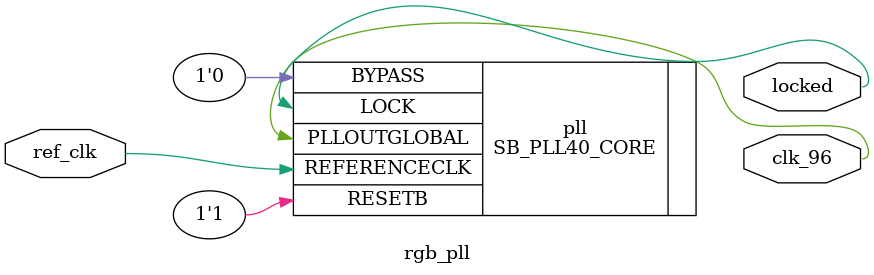
<source format=v>
/*
   $ apio raw "icepll -i 12 -o 96"

   F_PLLIN:    12.000 MHz (given)
   F_PLLOUT:   96.000 MHz (requested)
   F_PLLOUT:   96.000 MHz (achieved)

   FEEDBACK: SIMPLE
   F_PFD:   12.000 MHz
   F_VCO:  768.000 MHz

   DIVR:  0 (4'b0000)
   DIVF: 63 (7'b0111111)
   DIVQ:  3 (3'b011)

   FILTER_RANGE: 1 (3'b001)   
*/                         
module rgb_pll (          
                           
    // Inputs              
    input   ref_clk,       
                           
    // outputs             
    output  clk_96,           
    output  locked         
);                         
                           
    // Instantiate PLL (   12 MHz in, 96 MHz out) for iCE_STICK
    SB_PLL40_CORE #(       
        .FEEDBACK_PATH("SIMPLE"),// don't use fine delay adjustment
        .PLLOUT_SELECT("GENCLK"),// no phase shift on output
        .DIVR(4'B0000),             // reference clock divider (from icepll tool)
        .DIVF(7'b0111111),          // feedback clock divider (ditto)
        .DIVQ(3'B011),              // VCO clock divider (ditto)
        .FILTER_RANGE(3'B001)       // filter range (ditto)
    ) pll (                
        .REFERENCECLK(ref_clk),     // input clock
        .PLLOUTGLOBAL(clk_96),      // output clock - PLLOUTCORE originally in Digi-Key tutorial on FPGAs #9
        .LOCK(locked),              // locked signal
        .RESETB(1'b1),              // active low reset; set to run always
        .BYPASS(1'b0)               // no bypass, use PLL signal as output
    );                     
                           
endmodule                  
</source>
